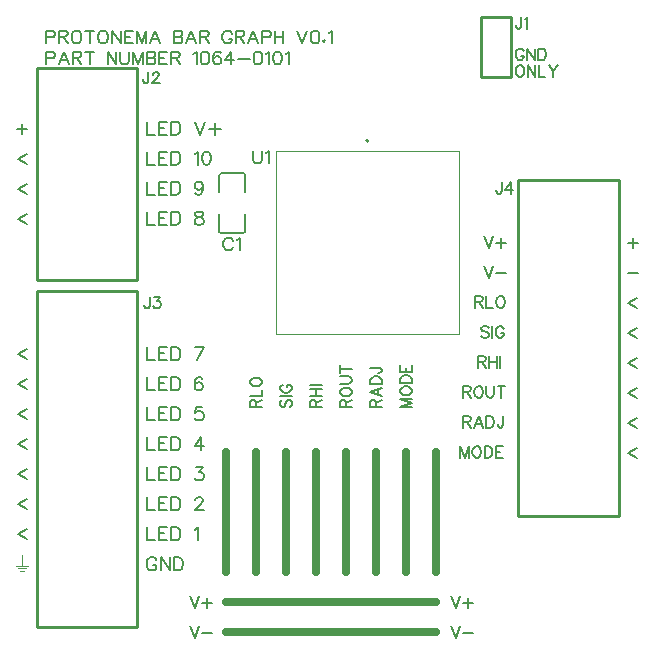
<source format=gto>
G04 Layer: TopSilkscreenLayer*
G04 Panelize: , Column: 2, Row: 2, Board Size: 58.42mm x 58.42mm, Panelized Board Size: 118.84mm x 118.84mm*
G04 EasyEDA v6.5.34, 2023-08-08 00:03:29*
G04 60ba9355530941958d7498b2467ee319,5a6b42c53f6a479593ecc07194224c93,10*
G04 Gerber Generator version 0.2*
G04 Scale: 100 percent, Rotated: No, Reflected: No *
G04 Dimensions in millimeters *
G04 leading zeros omitted , absolute positions ,4 integer and 5 decimal *
%FSLAX45Y45*%
%MOMM*%

%ADD10C,0.1524*%
%ADD11C,0.6350*%
%ADD12C,0.1001*%
%ADD13C,0.1999*%
%ADD14C,0.2540*%
%ADD15C,0.0150*%

%LPD*%
G36*
X554482Y1157478D02*
G01*
X554482Y1070356D01*
X501904Y1070356D01*
X501904Y1062228D01*
X615696Y1062228D01*
X615696Y1070356D01*
X563118Y1070356D01*
X563118Y1157478D01*
G37*
G36*
X521462Y1048766D02*
G01*
X521462Y1040637D01*
X596138Y1040637D01*
X596138Y1048766D01*
G37*
G36*
X539242Y1026921D02*
G01*
X539242Y1019302D01*
X578358Y1019302D01*
X578358Y1026921D01*
G37*
D10*
X762000Y5423915D02*
G01*
X762000Y5314950D01*
X762000Y5423915D02*
G01*
X808736Y5423915D01*
X824229Y5418836D01*
X829563Y5413502D01*
X834644Y5403087D01*
X834644Y5387594D01*
X829563Y5377179D01*
X824229Y5372100D01*
X808736Y5366765D01*
X762000Y5366765D01*
X910589Y5423915D02*
G01*
X868934Y5314950D01*
X910589Y5423915D02*
G01*
X952245Y5314950D01*
X884681Y5351271D02*
G01*
X936497Y5351271D01*
X986536Y5423915D02*
G01*
X986536Y5314950D01*
X986536Y5423915D02*
G01*
X1033271Y5423915D01*
X1048765Y5418836D01*
X1054100Y5413502D01*
X1059179Y5403087D01*
X1059179Y5392673D01*
X1054100Y5382260D01*
X1048765Y5377179D01*
X1033271Y5372100D01*
X986536Y5372100D01*
X1022857Y5372100D02*
G01*
X1059179Y5314950D01*
X1129792Y5423915D02*
G01*
X1129792Y5314950D01*
X1093470Y5423915D02*
G01*
X1166113Y5423915D01*
X1280413Y5423915D02*
G01*
X1280413Y5314950D01*
X1280413Y5423915D02*
G01*
X1353312Y5314950D01*
X1353312Y5423915D02*
G01*
X1353312Y5314950D01*
X1387602Y5423915D02*
G01*
X1387602Y5345937D01*
X1392681Y5330444D01*
X1403095Y5320029D01*
X1418589Y5314950D01*
X1429004Y5314950D01*
X1444752Y5320029D01*
X1455165Y5330444D01*
X1460245Y5345937D01*
X1460245Y5423915D01*
X1494536Y5423915D02*
G01*
X1494536Y5314950D01*
X1494536Y5423915D02*
G01*
X1536192Y5314950D01*
X1577594Y5423915D02*
G01*
X1536192Y5314950D01*
X1577594Y5423915D02*
G01*
X1577594Y5314950D01*
X1611884Y5423915D02*
G01*
X1611884Y5314950D01*
X1611884Y5423915D02*
G01*
X1658620Y5423915D01*
X1674368Y5418836D01*
X1679447Y5413502D01*
X1684781Y5403087D01*
X1684781Y5392673D01*
X1679447Y5382260D01*
X1674368Y5377179D01*
X1658620Y5372100D01*
X1611884Y5372100D02*
G01*
X1658620Y5372100D01*
X1674368Y5366765D01*
X1679447Y5361686D01*
X1684781Y5351271D01*
X1684781Y5335523D01*
X1679447Y5325110D01*
X1674368Y5320029D01*
X1658620Y5314950D01*
X1611884Y5314950D01*
X1719071Y5423915D02*
G01*
X1719071Y5314950D01*
X1719071Y5423915D02*
G01*
X1786636Y5423915D01*
X1719071Y5372100D02*
G01*
X1760473Y5372100D01*
X1719071Y5314950D02*
G01*
X1786636Y5314950D01*
X1820926Y5423915D02*
G01*
X1820926Y5314950D01*
X1820926Y5423915D02*
G01*
X1867662Y5423915D01*
X1883155Y5418836D01*
X1888489Y5413502D01*
X1893570Y5403087D01*
X1893570Y5392673D01*
X1888489Y5382260D01*
X1883155Y5377179D01*
X1867662Y5372100D01*
X1820926Y5372100D01*
X1857247Y5372100D02*
G01*
X1893570Y5314950D01*
X2007870Y5403087D02*
G01*
X2018284Y5408421D01*
X2033777Y5423915D01*
X2033777Y5314950D01*
X2099309Y5423915D02*
G01*
X2083815Y5418836D01*
X2073402Y5403087D01*
X2068068Y5377179D01*
X2068068Y5361686D01*
X2073402Y5335523D01*
X2083815Y5320029D01*
X2099309Y5314950D01*
X2109724Y5314950D01*
X2125218Y5320029D01*
X2135631Y5335523D01*
X2140965Y5361686D01*
X2140965Y5377179D01*
X2135631Y5403087D01*
X2125218Y5418836D01*
X2109724Y5423915D01*
X2099309Y5423915D01*
X2237486Y5408421D02*
G01*
X2232406Y5418836D01*
X2216658Y5423915D01*
X2206243Y5423915D01*
X2190750Y5418836D01*
X2180336Y5403087D01*
X2175256Y5377179D01*
X2175256Y5351271D01*
X2180336Y5330444D01*
X2190750Y5320029D01*
X2206243Y5314950D01*
X2211577Y5314950D01*
X2227072Y5320029D01*
X2237486Y5330444D01*
X2242820Y5345937D01*
X2242820Y5351271D01*
X2237486Y5366765D01*
X2227072Y5377179D01*
X2211577Y5382260D01*
X2206243Y5382260D01*
X2190750Y5377179D01*
X2180336Y5366765D01*
X2175256Y5351271D01*
X2328925Y5423915D02*
G01*
X2277109Y5351271D01*
X2354834Y5351271D01*
X2328925Y5423915D02*
G01*
X2328925Y5314950D01*
X2389124Y5361686D02*
G01*
X2482850Y5361686D01*
X2548127Y5423915D02*
G01*
X2532634Y5418836D01*
X2522220Y5403087D01*
X2517140Y5377179D01*
X2517140Y5361686D01*
X2522220Y5335523D01*
X2532634Y5320029D01*
X2548127Y5314950D01*
X2558541Y5314950D01*
X2574290Y5320029D01*
X2584450Y5335523D01*
X2589784Y5361686D01*
X2589784Y5377179D01*
X2584450Y5403087D01*
X2574290Y5418836D01*
X2558541Y5423915D01*
X2548127Y5423915D01*
X2624074Y5403087D02*
G01*
X2634488Y5408421D01*
X2649981Y5423915D01*
X2649981Y5314950D01*
X2715513Y5423915D02*
G01*
X2700020Y5418836D01*
X2689606Y5403087D01*
X2684272Y5377179D01*
X2684272Y5361686D01*
X2689606Y5335523D01*
X2700020Y5320029D01*
X2715513Y5314950D01*
X2725927Y5314950D01*
X2741422Y5320029D01*
X2751836Y5335523D01*
X2757170Y5361686D01*
X2757170Y5377179D01*
X2751836Y5403087D01*
X2741422Y5418836D01*
X2725927Y5423915D01*
X2715513Y5423915D01*
X2791459Y5403087D02*
G01*
X2801620Y5408421D01*
X2817368Y5423915D01*
X2817368Y5314950D01*
X762000Y5601715D02*
G01*
X762000Y5492750D01*
X762000Y5601715D02*
G01*
X808736Y5601715D01*
X824229Y5596636D01*
X829563Y5591302D01*
X834644Y5580887D01*
X834644Y5565394D01*
X829563Y5554979D01*
X824229Y5549900D01*
X808736Y5544565D01*
X762000Y5544565D01*
X868934Y5601715D02*
G01*
X868934Y5492750D01*
X868934Y5601715D02*
G01*
X915670Y5601715D01*
X931418Y5596636D01*
X936497Y5591302D01*
X941831Y5580887D01*
X941831Y5570473D01*
X936497Y5560060D01*
X931418Y5554979D01*
X915670Y5549900D01*
X868934Y5549900D01*
X905510Y5549900D02*
G01*
X941831Y5492750D01*
X1007110Y5601715D02*
G01*
X996950Y5596636D01*
X986536Y5586221D01*
X981202Y5575807D01*
X976121Y5560060D01*
X976121Y5534152D01*
X981202Y5518657D01*
X986536Y5508244D01*
X996950Y5497829D01*
X1007110Y5492750D01*
X1027937Y5492750D01*
X1038352Y5497829D01*
X1048765Y5508244D01*
X1054100Y5518657D01*
X1059179Y5534152D01*
X1059179Y5560060D01*
X1054100Y5575807D01*
X1048765Y5586221D01*
X1038352Y5596636D01*
X1027937Y5601715D01*
X1007110Y5601715D01*
X1129792Y5601715D02*
G01*
X1129792Y5492750D01*
X1093470Y5601715D02*
G01*
X1166113Y5601715D01*
X1231645Y5601715D02*
G01*
X1221231Y5596636D01*
X1210818Y5586221D01*
X1205737Y5575807D01*
X1200404Y5560060D01*
X1200404Y5534152D01*
X1205737Y5518657D01*
X1210818Y5508244D01*
X1221231Y5497829D01*
X1231645Y5492750D01*
X1252473Y5492750D01*
X1262887Y5497829D01*
X1273302Y5508244D01*
X1278381Y5518657D01*
X1283715Y5534152D01*
X1283715Y5560060D01*
X1278381Y5575807D01*
X1273302Y5586221D01*
X1262887Y5596636D01*
X1252473Y5601715D01*
X1231645Y5601715D01*
X1318005Y5601715D02*
G01*
X1318005Y5492750D01*
X1318005Y5601715D02*
G01*
X1390650Y5492750D01*
X1390650Y5601715D02*
G01*
X1390650Y5492750D01*
X1424939Y5601715D02*
G01*
X1424939Y5492750D01*
X1424939Y5601715D02*
G01*
X1492504Y5601715D01*
X1424939Y5549900D02*
G01*
X1466595Y5549900D01*
X1424939Y5492750D02*
G01*
X1492504Y5492750D01*
X1526794Y5601715D02*
G01*
X1526794Y5492750D01*
X1526794Y5601715D02*
G01*
X1568450Y5492750D01*
X1609852Y5601715D02*
G01*
X1568450Y5492750D01*
X1609852Y5601715D02*
G01*
X1609852Y5492750D01*
X1685797Y5601715D02*
G01*
X1644142Y5492750D01*
X1685797Y5601715D02*
G01*
X1727200Y5492750D01*
X1659889Y5529071D02*
G01*
X1711705Y5529071D01*
X1841500Y5601715D02*
G01*
X1841500Y5492750D01*
X1841500Y5601715D02*
G01*
X1888489Y5601715D01*
X1903984Y5596636D01*
X1909063Y5591302D01*
X1914397Y5580887D01*
X1914397Y5570473D01*
X1909063Y5560060D01*
X1903984Y5554979D01*
X1888489Y5549900D01*
X1841500Y5549900D02*
G01*
X1888489Y5549900D01*
X1903984Y5544565D01*
X1909063Y5539486D01*
X1914397Y5529071D01*
X1914397Y5513323D01*
X1909063Y5502910D01*
X1903984Y5497829D01*
X1888489Y5492750D01*
X1841500Y5492750D01*
X1990090Y5601715D02*
G01*
X1948688Y5492750D01*
X1990090Y5601715D02*
G01*
X2031745Y5492750D01*
X1964181Y5529071D02*
G01*
X2016252Y5529071D01*
X2066036Y5601715D02*
G01*
X2066036Y5492750D01*
X2066036Y5601715D02*
G01*
X2112772Y5601715D01*
X2128520Y5596636D01*
X2133600Y5591302D01*
X2138679Y5580887D01*
X2138679Y5570473D01*
X2133600Y5560060D01*
X2128520Y5554979D01*
X2112772Y5549900D01*
X2066036Y5549900D01*
X2102358Y5549900D02*
G01*
X2138679Y5492750D01*
X2330958Y5575807D02*
G01*
X2325877Y5586221D01*
X2315463Y5596636D01*
X2305050Y5601715D01*
X2284222Y5601715D01*
X2273808Y5596636D01*
X2263393Y5586221D01*
X2258313Y5575807D01*
X2252979Y5560060D01*
X2252979Y5534152D01*
X2258313Y5518657D01*
X2263393Y5508244D01*
X2273808Y5497829D01*
X2284222Y5492750D01*
X2305050Y5492750D01*
X2315463Y5497829D01*
X2325877Y5508244D01*
X2330958Y5518657D01*
X2330958Y5534152D01*
X2305050Y5534152D02*
G01*
X2330958Y5534152D01*
X2365247Y5601715D02*
G01*
X2365247Y5492750D01*
X2365247Y5601715D02*
G01*
X2411984Y5601715D01*
X2427731Y5596636D01*
X2432811Y5591302D01*
X2438145Y5580887D01*
X2438145Y5570473D01*
X2432811Y5560060D01*
X2427731Y5554979D01*
X2411984Y5549900D01*
X2365247Y5549900D01*
X2401570Y5549900D02*
G01*
X2438145Y5492750D01*
X2513838Y5601715D02*
G01*
X2472436Y5492750D01*
X2513838Y5601715D02*
G01*
X2555493Y5492750D01*
X2487929Y5529071D02*
G01*
X2540000Y5529071D01*
X2589784Y5601715D02*
G01*
X2589784Y5492750D01*
X2589784Y5601715D02*
G01*
X2636520Y5601715D01*
X2652013Y5596636D01*
X2657347Y5591302D01*
X2662427Y5580887D01*
X2662427Y5565394D01*
X2657347Y5554979D01*
X2652013Y5549900D01*
X2636520Y5544565D01*
X2589784Y5544565D01*
X2696718Y5601715D02*
G01*
X2696718Y5492750D01*
X2769615Y5601715D02*
G01*
X2769615Y5492750D01*
X2696718Y5549900D02*
G01*
X2769615Y5549900D01*
X2883915Y5601715D02*
G01*
X2925318Y5492750D01*
X2966974Y5601715D02*
G01*
X2925318Y5492750D01*
X3032506Y5601715D02*
G01*
X3016758Y5596636D01*
X3006343Y5580887D01*
X3001263Y5554979D01*
X3001263Y5539486D01*
X3006343Y5513323D01*
X3016758Y5497829D01*
X3032506Y5492750D01*
X3042920Y5492750D01*
X3058413Y5497829D01*
X3068827Y5513323D01*
X3073908Y5539486D01*
X3073908Y5554979D01*
X3068827Y5580887D01*
X3058413Y5596636D01*
X3042920Y5601715D01*
X3032506Y5601715D01*
X3113531Y5518657D02*
G01*
X3108197Y5513323D01*
X3113531Y5508244D01*
X3118611Y5513323D01*
X3113531Y5518657D01*
X3152902Y5580887D02*
G01*
X3163315Y5586221D01*
X3178809Y5601715D01*
X3178809Y5492750D01*
X4782565Y5714237D02*
G01*
X4782565Y5641594D01*
X4777993Y5627878D01*
X4773422Y5623305D01*
X4764277Y5618734D01*
X4755388Y5618734D01*
X4746243Y5623305D01*
X4741672Y5627878D01*
X4737100Y5641594D01*
X4737100Y5650737D01*
X4812538Y5696204D02*
G01*
X4821681Y5700776D01*
X4835397Y5714237D01*
X4835397Y5618734D01*
X4805172Y5424931D02*
G01*
X4800854Y5434076D01*
X4791709Y5442965D01*
X4782565Y5447537D01*
X4764277Y5447537D01*
X4755388Y5442965D01*
X4746243Y5434076D01*
X4741672Y5424931D01*
X4737100Y5411215D01*
X4737100Y5388610D01*
X4741672Y5374894D01*
X4746243Y5365750D01*
X4755388Y5356605D01*
X4764277Y5352034D01*
X4782565Y5352034D01*
X4791709Y5356605D01*
X4800854Y5365750D01*
X4805172Y5374894D01*
X4805172Y5388610D01*
X4782565Y5388610D02*
G01*
X4805172Y5388610D01*
X4835397Y5447537D02*
G01*
X4835397Y5352034D01*
X4835397Y5447537D02*
G01*
X4898897Y5352034D01*
X4898897Y5447537D02*
G01*
X4898897Y5352034D01*
X4928870Y5447537D02*
G01*
X4928870Y5352034D01*
X4928870Y5447537D02*
G01*
X4960620Y5447537D01*
X4974336Y5442965D01*
X4983479Y5434076D01*
X4988052Y5424931D01*
X4992624Y5411215D01*
X4992624Y5388610D01*
X4988052Y5374894D01*
X4983479Y5365750D01*
X4974336Y5356605D01*
X4960620Y5352034D01*
X4928870Y5352034D01*
X4764277Y5307837D02*
G01*
X4755388Y5303265D01*
X4746243Y5294376D01*
X4741672Y5285231D01*
X4737100Y5271515D01*
X4737100Y5248910D01*
X4741672Y5235194D01*
X4746243Y5226050D01*
X4755388Y5216905D01*
X4764277Y5212334D01*
X4782565Y5212334D01*
X4791709Y5216905D01*
X4800854Y5226050D01*
X4805172Y5235194D01*
X4809743Y5248910D01*
X4809743Y5271515D01*
X4805172Y5285231D01*
X4800854Y5294376D01*
X4791709Y5303265D01*
X4782565Y5307837D01*
X4764277Y5307837D01*
X4839715Y5307837D02*
G01*
X4839715Y5212334D01*
X4839715Y5307837D02*
G01*
X4903470Y5212334D01*
X4903470Y5307837D02*
G01*
X4903470Y5212334D01*
X4933441Y5307837D02*
G01*
X4933441Y5212334D01*
X4933441Y5212334D02*
G01*
X4988052Y5212334D01*
X5018024Y5307837D02*
G01*
X5054345Y5262371D01*
X5054345Y5212334D01*
X5090668Y5307837D02*
G01*
X5054345Y5262371D01*
X1627123Y5251107D02*
G01*
X1627123Y5178460D01*
X1622552Y5164744D01*
X1617979Y5160175D01*
X1608836Y5155605D01*
X1599945Y5155605D01*
X1590802Y5160175D01*
X1586229Y5164744D01*
X1581657Y5178460D01*
X1581657Y5187607D01*
X1661668Y5228503D02*
G01*
X1661668Y5233075D01*
X1666239Y5241960D01*
X1670812Y5246537D01*
X1679955Y5251107D01*
X1697989Y5251107D01*
X1707134Y5246537D01*
X1711705Y5241960D01*
X1716278Y5233075D01*
X1716278Y5223926D01*
X1711705Y5214787D01*
X1702562Y5201071D01*
X1657095Y5155605D01*
X1720850Y5155605D01*
X1636547Y3345627D02*
G01*
X1636547Y3272977D01*
X1631975Y3259261D01*
X1627403Y3254695D01*
X1618259Y3250123D01*
X1609369Y3250123D01*
X1600225Y3254695D01*
X1595653Y3259261D01*
X1591081Y3272977D01*
X1591081Y3282127D01*
X1675663Y3345627D02*
G01*
X1725701Y3345627D01*
X1698269Y3309305D01*
X1711985Y3309305D01*
X1721129Y3304727D01*
X1725701Y3300161D01*
X1730273Y3286696D01*
X1730273Y3277555D01*
X1725701Y3263839D01*
X1716557Y3254695D01*
X1702841Y3250123D01*
X1689379Y3250123D01*
X1675663Y3254695D01*
X1671091Y3259261D01*
X1666519Y3268411D01*
X596905Y1297355D02*
G01*
X524261Y1338249D01*
X596905Y1379143D01*
X596905Y1551355D02*
G01*
X524261Y1592249D01*
X596905Y1633143D01*
X596905Y1805355D02*
G01*
X524261Y1846249D01*
X596905Y1887143D01*
X596905Y2059355D02*
G01*
X524261Y2100249D01*
X596905Y2141143D01*
X596905Y2313355D02*
G01*
X524261Y2354249D01*
X596905Y2395143D01*
X596905Y2567355D02*
G01*
X524261Y2608249D01*
X596905Y2649143D01*
X596905Y2821355D02*
G01*
X524261Y2862249D01*
X596905Y2903143D01*
X596927Y3967962D02*
G01*
X524283Y4008856D01*
X596927Y4049750D01*
X596927Y4221962D02*
G01*
X524283Y4262856D01*
X596927Y4303750D01*
X596927Y4475962D02*
G01*
X524283Y4516856D01*
X596927Y4557750D01*
X556056Y4729975D02*
G01*
X556056Y4811763D01*
X596950Y4770869D02*
G01*
X515162Y4770869D01*
X1612900Y4831334D02*
G01*
X1612900Y4716779D01*
X1612900Y4716779D02*
G01*
X1678431Y4716779D01*
X1714245Y4831334D02*
G01*
X1714245Y4716779D01*
X1714245Y4831334D02*
G01*
X1785365Y4831334D01*
X1714245Y4776723D02*
G01*
X1757934Y4776723D01*
X1714245Y4716779D02*
G01*
X1785365Y4716779D01*
X1821179Y4831334D02*
G01*
X1821179Y4716779D01*
X1821179Y4831334D02*
G01*
X1859534Y4831334D01*
X1875789Y4826000D01*
X1886712Y4815078D01*
X1892045Y4804155D01*
X1897634Y4787645D01*
X1897634Y4760468D01*
X1892045Y4744212D01*
X1886712Y4733289D01*
X1875789Y4722368D01*
X1859534Y4716779D01*
X1821179Y4716779D01*
X2017522Y4831334D02*
G01*
X2061209Y4716779D01*
X2104897Y4831334D02*
G01*
X2061209Y4716779D01*
X2189988Y4815078D02*
G01*
X2189988Y4716779D01*
X2140965Y4765802D02*
G01*
X2239009Y4765802D01*
X1612900Y4577334D02*
G01*
X1612900Y4462779D01*
X1612900Y4462779D02*
G01*
X1678431Y4462779D01*
X1714245Y4577334D02*
G01*
X1714245Y4462779D01*
X1714245Y4577334D02*
G01*
X1785365Y4577334D01*
X1714245Y4522723D02*
G01*
X1757934Y4522723D01*
X1714245Y4462779D02*
G01*
X1785365Y4462779D01*
X1821179Y4577334D02*
G01*
X1821179Y4462779D01*
X1821179Y4577334D02*
G01*
X1859534Y4577334D01*
X1875789Y4572000D01*
X1886712Y4561078D01*
X1892045Y4550155D01*
X1897634Y4533645D01*
X1897634Y4506468D01*
X1892045Y4490212D01*
X1886712Y4479289D01*
X1875789Y4468368D01*
X1859534Y4462779D01*
X1821179Y4462779D01*
X2017522Y4555489D02*
G01*
X2028443Y4561078D01*
X2044954Y4577334D01*
X2044954Y4462779D01*
X2113534Y4577334D02*
G01*
X2097277Y4572000D01*
X2086356Y4555489D01*
X2081022Y4528312D01*
X2081022Y4511802D01*
X2086356Y4484623D01*
X2097277Y4468368D01*
X2113534Y4462779D01*
X2124456Y4462779D01*
X2140965Y4468368D01*
X2151888Y4484623D01*
X2157222Y4511802D01*
X2157222Y4528312D01*
X2151888Y4555489D01*
X2140965Y4572000D01*
X2124456Y4577334D01*
X2113534Y4577334D01*
X1612900Y4323334D02*
G01*
X1612900Y4208779D01*
X1612900Y4208779D02*
G01*
X1678431Y4208779D01*
X1714245Y4323334D02*
G01*
X1714245Y4208779D01*
X1714245Y4323334D02*
G01*
X1785365Y4323334D01*
X1714245Y4268723D02*
G01*
X1757934Y4268723D01*
X1714245Y4208779D02*
G01*
X1785365Y4208779D01*
X1821179Y4323334D02*
G01*
X1821179Y4208779D01*
X1821179Y4323334D02*
G01*
X1859534Y4323334D01*
X1875789Y4318000D01*
X1886712Y4307078D01*
X1892045Y4296155D01*
X1897634Y4279645D01*
X1897634Y4252468D01*
X1892045Y4236212D01*
X1886712Y4225289D01*
X1875789Y4214368D01*
X1859534Y4208779D01*
X1821179Y4208779D01*
X2088641Y4285234D02*
G01*
X2083054Y4268723D01*
X2072131Y4257802D01*
X2055875Y4252468D01*
X2050288Y4252468D01*
X2034031Y4257802D01*
X2023109Y4268723D01*
X2017522Y4285234D01*
X2017522Y4290568D01*
X2023109Y4307078D01*
X2034031Y4318000D01*
X2050288Y4323334D01*
X2055875Y4323334D01*
X2072131Y4318000D01*
X2083054Y4307078D01*
X2088641Y4285234D01*
X2088641Y4257802D01*
X2083054Y4230623D01*
X2072131Y4214368D01*
X2055875Y4208779D01*
X2044954Y4208779D01*
X2028443Y4214368D01*
X2023109Y4225289D01*
X1612900Y4069334D02*
G01*
X1612900Y3954779D01*
X1612900Y3954779D02*
G01*
X1678431Y3954779D01*
X1714245Y4069334D02*
G01*
X1714245Y3954779D01*
X1714245Y4069334D02*
G01*
X1785365Y4069334D01*
X1714245Y4014723D02*
G01*
X1757934Y4014723D01*
X1714245Y3954779D02*
G01*
X1785365Y3954779D01*
X1821179Y4069334D02*
G01*
X1821179Y3954779D01*
X1821179Y4069334D02*
G01*
X1859534Y4069334D01*
X1875789Y4064000D01*
X1886712Y4053078D01*
X1892045Y4042155D01*
X1897634Y4025645D01*
X1897634Y3998468D01*
X1892045Y3982212D01*
X1886712Y3971289D01*
X1875789Y3960368D01*
X1859534Y3954779D01*
X1821179Y3954779D01*
X2044954Y4069334D02*
G01*
X2028443Y4064000D01*
X2023109Y4053078D01*
X2023109Y4042155D01*
X2028443Y4031234D01*
X2039365Y4025645D01*
X2061209Y4020312D01*
X2077720Y4014723D01*
X2088641Y4003802D01*
X2093975Y3993134D01*
X2093975Y3976623D01*
X2088641Y3965702D01*
X2083054Y3960368D01*
X2066797Y3954779D01*
X2044954Y3954779D01*
X2028443Y3960368D01*
X2023109Y3965702D01*
X2017522Y3976623D01*
X2017522Y3993134D01*
X2023109Y4003802D01*
X2034031Y4014723D01*
X2050288Y4020312D01*
X2072131Y4025645D01*
X2083054Y4031234D01*
X2088641Y4042155D01*
X2088641Y4053078D01*
X2083054Y4064000D01*
X2066797Y4069334D01*
X2044954Y4069334D01*
X1612900Y2922778D02*
G01*
X1612900Y2808223D01*
X1612900Y2808223D02*
G01*
X1678431Y2808223D01*
X1714245Y2922778D02*
G01*
X1714245Y2808223D01*
X1714245Y2922778D02*
G01*
X1785365Y2922778D01*
X1714245Y2868168D02*
G01*
X1757934Y2868168D01*
X1714245Y2808223D02*
G01*
X1785365Y2808223D01*
X1821179Y2922778D02*
G01*
X1821179Y2808223D01*
X1821179Y2922778D02*
G01*
X1859534Y2922778D01*
X1875789Y2917444D01*
X1886712Y2906521D01*
X1892045Y2895600D01*
X1897634Y2879089D01*
X1897634Y2851912D01*
X1892045Y2835402D01*
X1886712Y2824479D01*
X1875789Y2813557D01*
X1859534Y2808223D01*
X1821179Y2808223D01*
X2093975Y2922778D02*
G01*
X2039365Y2808223D01*
X2017522Y2922778D02*
G01*
X2093975Y2922778D01*
X1612900Y2668778D02*
G01*
X1612900Y2554223D01*
X1612900Y2554223D02*
G01*
X1678431Y2554223D01*
X1714245Y2668778D02*
G01*
X1714245Y2554223D01*
X1714245Y2668778D02*
G01*
X1785365Y2668778D01*
X1714245Y2614168D02*
G01*
X1757934Y2614168D01*
X1714245Y2554223D02*
G01*
X1785365Y2554223D01*
X1821179Y2668778D02*
G01*
X1821179Y2554223D01*
X1821179Y2668778D02*
G01*
X1859534Y2668778D01*
X1875789Y2663444D01*
X1886712Y2652521D01*
X1892045Y2641600D01*
X1897634Y2625089D01*
X1897634Y2597912D01*
X1892045Y2581402D01*
X1886712Y2570479D01*
X1875789Y2559557D01*
X1859534Y2554223D01*
X1821179Y2554223D01*
X2083054Y2652521D02*
G01*
X2077720Y2663444D01*
X2061209Y2668778D01*
X2050288Y2668778D01*
X2034031Y2663444D01*
X2023109Y2646934D01*
X2017522Y2619755D01*
X2017522Y2592323D01*
X2023109Y2570479D01*
X2034031Y2559557D01*
X2050288Y2554223D01*
X2055875Y2554223D01*
X2072131Y2559557D01*
X2083054Y2570479D01*
X2088388Y2586989D01*
X2088388Y2592323D01*
X2083054Y2608834D01*
X2072131Y2619755D01*
X2055875Y2625089D01*
X2050288Y2625089D01*
X2034031Y2619755D01*
X2023109Y2608834D01*
X2017522Y2592323D01*
X1612900Y2414778D02*
G01*
X1612900Y2300223D01*
X1612900Y2300223D02*
G01*
X1678431Y2300223D01*
X1714245Y2414778D02*
G01*
X1714245Y2300223D01*
X1714245Y2414778D02*
G01*
X1785365Y2414778D01*
X1714245Y2360168D02*
G01*
X1757934Y2360168D01*
X1714245Y2300223D02*
G01*
X1785365Y2300223D01*
X1821179Y2414778D02*
G01*
X1821179Y2300223D01*
X1821179Y2414778D02*
G01*
X1859534Y2414778D01*
X1875789Y2409444D01*
X1886712Y2398521D01*
X1892045Y2387600D01*
X1897634Y2371089D01*
X1897634Y2343912D01*
X1892045Y2327402D01*
X1886712Y2316479D01*
X1875789Y2305557D01*
X1859534Y2300223D01*
X1821179Y2300223D01*
X2083054Y2414778D02*
G01*
X2028443Y2414778D01*
X2023109Y2365755D01*
X2028443Y2371089D01*
X2044954Y2376678D01*
X2061209Y2376678D01*
X2077720Y2371089D01*
X2088388Y2360168D01*
X2093975Y2343912D01*
X2093975Y2332989D01*
X2088388Y2316479D01*
X2077720Y2305557D01*
X2061209Y2300223D01*
X2044954Y2300223D01*
X2028443Y2305557D01*
X2023109Y2311145D01*
X2017522Y2322068D01*
X1612900Y2160778D02*
G01*
X1612900Y2046223D01*
X1612900Y2046223D02*
G01*
X1678431Y2046223D01*
X1714245Y2160778D02*
G01*
X1714245Y2046223D01*
X1714245Y2160778D02*
G01*
X1785365Y2160778D01*
X1714245Y2106168D02*
G01*
X1757934Y2106168D01*
X1714245Y2046223D02*
G01*
X1785365Y2046223D01*
X1821179Y2160778D02*
G01*
X1821179Y2046223D01*
X1821179Y2160778D02*
G01*
X1859534Y2160778D01*
X1875789Y2155444D01*
X1886712Y2144521D01*
X1892045Y2133600D01*
X1897634Y2117089D01*
X1897634Y2089912D01*
X1892045Y2073402D01*
X1886712Y2062479D01*
X1875789Y2051557D01*
X1859534Y2046223D01*
X1821179Y2046223D01*
X2072131Y2160778D02*
G01*
X2017522Y2084323D01*
X2099309Y2084323D01*
X2072131Y2160778D02*
G01*
X2072131Y2046223D01*
X1612900Y1906778D02*
G01*
X1612900Y1792223D01*
X1612900Y1792223D02*
G01*
X1678431Y1792223D01*
X1714245Y1906778D02*
G01*
X1714245Y1792223D01*
X1714245Y1906778D02*
G01*
X1785365Y1906778D01*
X1714245Y1852168D02*
G01*
X1757934Y1852168D01*
X1714245Y1792223D02*
G01*
X1785365Y1792223D01*
X1821179Y1906778D02*
G01*
X1821179Y1792223D01*
X1821179Y1906778D02*
G01*
X1859534Y1906778D01*
X1875789Y1901444D01*
X1886712Y1890521D01*
X1892045Y1879600D01*
X1897634Y1863089D01*
X1897634Y1835912D01*
X1892045Y1819402D01*
X1886712Y1808479D01*
X1875789Y1797557D01*
X1859534Y1792223D01*
X1821179Y1792223D01*
X2028443Y1906778D02*
G01*
X2088388Y1906778D01*
X2055875Y1863089D01*
X2072131Y1863089D01*
X2083054Y1857755D01*
X2088388Y1852168D01*
X2093975Y1835912D01*
X2093975Y1824989D01*
X2088388Y1808479D01*
X2077720Y1797557D01*
X2061209Y1792223D01*
X2044954Y1792223D01*
X2028443Y1797557D01*
X2023109Y1803145D01*
X2017522Y1814068D01*
X1612900Y1652778D02*
G01*
X1612900Y1538223D01*
X1612900Y1538223D02*
G01*
X1678431Y1538223D01*
X1714245Y1652778D02*
G01*
X1714245Y1538223D01*
X1714245Y1652778D02*
G01*
X1785365Y1652778D01*
X1714245Y1598168D02*
G01*
X1757934Y1598168D01*
X1714245Y1538223D02*
G01*
X1785365Y1538223D01*
X1821179Y1652778D02*
G01*
X1821179Y1538223D01*
X1821179Y1652778D02*
G01*
X1859534Y1652778D01*
X1875789Y1647444D01*
X1886712Y1636521D01*
X1892045Y1625600D01*
X1897634Y1609089D01*
X1897634Y1581912D01*
X1892045Y1565402D01*
X1886712Y1554479D01*
X1875789Y1543557D01*
X1859534Y1538223D01*
X1821179Y1538223D01*
X2023109Y1625600D02*
G01*
X2023109Y1630934D01*
X2028443Y1641855D01*
X2034031Y1647444D01*
X2044954Y1652778D01*
X2066797Y1652778D01*
X2077720Y1647444D01*
X2083054Y1641855D01*
X2088388Y1630934D01*
X2088388Y1620012D01*
X2083054Y1609089D01*
X2072131Y1592834D01*
X2017522Y1538223D01*
X2093975Y1538223D01*
X1612900Y1398778D02*
G01*
X1612900Y1284223D01*
X1612900Y1284223D02*
G01*
X1678431Y1284223D01*
X1714245Y1398778D02*
G01*
X1714245Y1284223D01*
X1714245Y1398778D02*
G01*
X1785365Y1398778D01*
X1714245Y1344168D02*
G01*
X1757934Y1344168D01*
X1714245Y1284223D02*
G01*
X1785365Y1284223D01*
X1821179Y1398778D02*
G01*
X1821179Y1284223D01*
X1821179Y1398778D02*
G01*
X1859534Y1398778D01*
X1875789Y1393444D01*
X1886712Y1382521D01*
X1892045Y1371600D01*
X1897634Y1355089D01*
X1897634Y1327912D01*
X1892045Y1311402D01*
X1886712Y1300479D01*
X1875789Y1289557D01*
X1859534Y1284223D01*
X1821179Y1284223D01*
X2017522Y1376934D02*
G01*
X2028443Y1382521D01*
X2044954Y1398778D01*
X2044954Y1284223D01*
X1694687Y1117600D02*
G01*
X1689354Y1128521D01*
X1678431Y1139444D01*
X1667510Y1144778D01*
X1645665Y1144778D01*
X1634744Y1139444D01*
X1623821Y1128521D01*
X1618234Y1117600D01*
X1612900Y1101089D01*
X1612900Y1073912D01*
X1618234Y1057402D01*
X1623821Y1046479D01*
X1634744Y1035557D01*
X1645665Y1030223D01*
X1667510Y1030223D01*
X1678431Y1035557D01*
X1689354Y1046479D01*
X1694687Y1057402D01*
X1694687Y1073912D01*
X1667510Y1073912D02*
G01*
X1694687Y1073912D01*
X1730755Y1144778D02*
G01*
X1730755Y1030223D01*
X1730755Y1144778D02*
G01*
X1806955Y1030223D01*
X1806955Y1144778D02*
G01*
X1806955Y1030223D01*
X1843023Y1144778D02*
G01*
X1843023Y1030223D01*
X1843023Y1144778D02*
G01*
X1881123Y1144778D01*
X1897634Y1139444D01*
X1908555Y1128521D01*
X1913889Y1117600D01*
X1919478Y1101089D01*
X1919478Y1073912D01*
X1913889Y1057402D01*
X1908555Y1046479D01*
X1897634Y1035557D01*
X1881123Y1030223D01*
X1843023Y1030223D01*
X5762172Y2068184D02*
G01*
X5689528Y2027290D01*
X5762172Y1986396D01*
X5762172Y2322184D02*
G01*
X5689528Y2281290D01*
X5762172Y2240396D01*
X5762172Y2576184D02*
G01*
X5689528Y2535290D01*
X5762172Y2494396D01*
X5762172Y2830184D02*
G01*
X5689528Y2789290D01*
X5762172Y2748396D01*
X5762172Y3084184D02*
G01*
X5689528Y3043290D01*
X5762172Y3002396D01*
X5762172Y3338184D02*
G01*
X5689528Y3297290D01*
X5762172Y3256396D01*
X5689600Y3551173D02*
G01*
X5771388Y3551173D01*
X5730493Y3846068D02*
G01*
X5730493Y3764279D01*
X5689600Y3805173D02*
G01*
X5771388Y3805173D01*
X4617455Y4317227D02*
G01*
X4617455Y4244583D01*
X4612883Y4230867D01*
X4608311Y4226295D01*
X4599167Y4221723D01*
X4590277Y4221723D01*
X4581133Y4226295D01*
X4576561Y4230867D01*
X4571989Y4244583D01*
X4571989Y4253727D01*
X4692893Y4317227D02*
G01*
X4647427Y4253727D01*
X4715499Y4253727D01*
X4692893Y4317227D02*
G01*
X4692893Y4221723D01*
X4470389Y3860030D02*
G01*
X4506711Y3764526D01*
X4543033Y3860030D02*
G01*
X4506711Y3764526D01*
X4613899Y3846568D02*
G01*
X4613899Y3764526D01*
X4573005Y3805674D02*
G01*
X4655047Y3805674D01*
X4470400Y3606037D02*
G01*
X4506722Y3510534D01*
X4543043Y3606037D02*
G01*
X4506722Y3510534D01*
X4573015Y3551681D02*
G01*
X4655058Y3551681D01*
X4394202Y3352037D02*
G01*
X4394202Y3256534D01*
X4394202Y3352037D02*
G01*
X4435096Y3352037D01*
X4448812Y3347465D01*
X4453384Y3342894D01*
X4457702Y3334004D01*
X4457702Y3324860D01*
X4453384Y3315715D01*
X4448812Y3311144D01*
X4435096Y3306571D01*
X4394202Y3306571D01*
X4425952Y3306571D02*
G01*
X4457702Y3256534D01*
X4487928Y3352037D02*
G01*
X4487928Y3256534D01*
X4487928Y3256534D02*
G01*
X4542284Y3256534D01*
X4599688Y3352037D02*
G01*
X4590544Y3347465D01*
X4581400Y3338576D01*
X4576828Y3329431D01*
X4572256Y3315715D01*
X4572256Y3293110D01*
X4576828Y3279394D01*
X4581400Y3270250D01*
X4590544Y3261105D01*
X4599688Y3256534D01*
X4617722Y3256534D01*
X4626866Y3261105D01*
X4636010Y3270250D01*
X4640582Y3279394D01*
X4645154Y3293110D01*
X4645154Y3315715D01*
X4640582Y3329431D01*
X4636010Y3338576D01*
X4626866Y3347465D01*
X4617722Y3352037D01*
X4599688Y3352037D01*
X4508754Y3084578D02*
G01*
X4499609Y3093468D01*
X4485893Y3098040D01*
X4467606Y3098040D01*
X4454143Y3093468D01*
X4445000Y3084578D01*
X4445000Y3075434D01*
X4449572Y3066290D01*
X4454143Y3061718D01*
X4463288Y3057146D01*
X4490465Y3048002D01*
X4499609Y3043684D01*
X4504181Y3039112D01*
X4508754Y3029968D01*
X4508754Y3016252D01*
X4499609Y3007108D01*
X4485893Y3002536D01*
X4467606Y3002536D01*
X4454143Y3007108D01*
X4445000Y3016252D01*
X4538725Y3098040D02*
G01*
X4538725Y3002536D01*
X4636770Y3075434D02*
G01*
X4632197Y3084578D01*
X4623054Y3093468D01*
X4614163Y3098040D01*
X4595875Y3098040D01*
X4586731Y3093468D01*
X4577841Y3084578D01*
X4573270Y3075434D01*
X4568697Y3061718D01*
X4568697Y3039112D01*
X4573270Y3025396D01*
X4577841Y3016252D01*
X4586731Y3007108D01*
X4595875Y3002536D01*
X4614163Y3002536D01*
X4623054Y3007108D01*
X4632197Y3016252D01*
X4636770Y3025396D01*
X4636770Y3039112D01*
X4614163Y3039112D02*
G01*
X4636770Y3039112D01*
X4419600Y2844040D02*
G01*
X4419600Y2748536D01*
X4419600Y2844040D02*
G01*
X4460493Y2844040D01*
X4474209Y2839468D01*
X4478781Y2834896D01*
X4483354Y2826006D01*
X4483354Y2816862D01*
X4478781Y2807718D01*
X4474209Y2803146D01*
X4460493Y2798574D01*
X4419600Y2798574D01*
X4451350Y2798574D02*
G01*
X4483354Y2748536D01*
X4513325Y2844040D02*
G01*
X4513325Y2748536D01*
X4576825Y2844040D02*
G01*
X4576825Y2748536D01*
X4513325Y2798574D02*
G01*
X4576825Y2798574D01*
X4606797Y2844040D02*
G01*
X4606797Y2748536D01*
X4292600Y2590037D02*
G01*
X4292600Y2494534D01*
X4292600Y2590037D02*
G01*
X4333493Y2590037D01*
X4347209Y2585465D01*
X4351781Y2580894D01*
X4356354Y2572004D01*
X4356354Y2562860D01*
X4351781Y2553715D01*
X4347209Y2549144D01*
X4333493Y2544571D01*
X4292600Y2544571D01*
X4324350Y2544571D02*
G01*
X4356354Y2494534D01*
X4413504Y2590037D02*
G01*
X4404359Y2585465D01*
X4395215Y2576576D01*
X4390897Y2567431D01*
X4386325Y2553715D01*
X4386325Y2531110D01*
X4390897Y2517394D01*
X4395215Y2508250D01*
X4404359Y2499105D01*
X4413504Y2494534D01*
X4431791Y2494534D01*
X4440681Y2499105D01*
X4449825Y2508250D01*
X4454397Y2517394D01*
X4458970Y2531110D01*
X4458970Y2553715D01*
X4454397Y2567431D01*
X4449825Y2576576D01*
X4440681Y2585465D01*
X4431791Y2590037D01*
X4413504Y2590037D01*
X4488941Y2590037D02*
G01*
X4488941Y2521965D01*
X4493513Y2508250D01*
X4502658Y2499105D01*
X4516120Y2494534D01*
X4525263Y2494534D01*
X4538979Y2499105D01*
X4548124Y2508250D01*
X4552695Y2521965D01*
X4552695Y2590037D01*
X4614418Y2590037D02*
G01*
X4614418Y2494534D01*
X4582668Y2590037D02*
G01*
X4646168Y2590037D01*
X4292600Y2336037D02*
G01*
X4292600Y2240534D01*
X4292600Y2336037D02*
G01*
X4333493Y2336037D01*
X4347209Y2331465D01*
X4351781Y2326894D01*
X4356354Y2318004D01*
X4356354Y2308860D01*
X4351781Y2299715D01*
X4347209Y2295144D01*
X4333493Y2290571D01*
X4292600Y2290571D01*
X4324350Y2290571D02*
G01*
X4356354Y2240534D01*
X4422647Y2336037D02*
G01*
X4386325Y2240534D01*
X4422647Y2336037D02*
G01*
X4458970Y2240534D01*
X4399788Y2272537D02*
G01*
X4445254Y2272537D01*
X4488941Y2336037D02*
G01*
X4488941Y2240534D01*
X4488941Y2336037D02*
G01*
X4520691Y2336037D01*
X4534408Y2331465D01*
X4543552Y2322576D01*
X4548124Y2313431D01*
X4552695Y2299715D01*
X4552695Y2277110D01*
X4548124Y2263394D01*
X4543552Y2254250D01*
X4534408Y2245105D01*
X4520691Y2240534D01*
X4488941Y2240534D01*
X4628134Y2336037D02*
G01*
X4628134Y2263394D01*
X4623561Y2249678D01*
X4618990Y2245105D01*
X4609845Y2240534D01*
X4600702Y2240534D01*
X4591558Y2245105D01*
X4587240Y2249678D01*
X4582668Y2263394D01*
X4582668Y2272537D01*
X4267200Y2082040D02*
G01*
X4267200Y1986536D01*
X4267200Y2082040D02*
G01*
X4303522Y1986536D01*
X4339843Y2082040D02*
G01*
X4303522Y1986536D01*
X4339843Y2082040D02*
G01*
X4339843Y1986536D01*
X4397247Y2082040D02*
G01*
X4388104Y2077468D01*
X4378959Y2068578D01*
X4374388Y2059434D01*
X4369815Y2045718D01*
X4369815Y2023112D01*
X4374388Y2009396D01*
X4378959Y2000252D01*
X4388104Y1991108D01*
X4397247Y1986536D01*
X4415281Y1986536D01*
X4424425Y1991108D01*
X4433570Y2000252D01*
X4438141Y2009396D01*
X4442713Y2023112D01*
X4442713Y2045718D01*
X4438141Y2059434D01*
X4433570Y2068578D01*
X4424425Y2077468D01*
X4415281Y2082040D01*
X4397247Y2082040D01*
X4472686Y2082040D02*
G01*
X4472686Y1986536D01*
X4472686Y2082040D02*
G01*
X4504436Y2082040D01*
X4518152Y2077468D01*
X4527295Y2068578D01*
X4531613Y2059434D01*
X4536186Y2045718D01*
X4536186Y2023112D01*
X4531613Y2009396D01*
X4527295Y2000252D01*
X4518152Y1991108D01*
X4504436Y1986536D01*
X4472686Y1986536D01*
X4566158Y2082040D02*
G01*
X4566158Y1986536D01*
X4566158Y2082040D02*
G01*
X4625340Y2082040D01*
X4566158Y2036574D02*
G01*
X4602734Y2036574D01*
X4566158Y1986536D02*
G01*
X4625340Y1986536D01*
X1981205Y558220D02*
G01*
X2017527Y462716D01*
X2053849Y558220D02*
G01*
X2017527Y462716D01*
X2083821Y503610D02*
G01*
X2165863Y503610D01*
X1981197Y812037D02*
G01*
X2017519Y716534D01*
X2053841Y812037D02*
G01*
X2017519Y716534D01*
X2124707Y798576D02*
G01*
X2124707Y716534D01*
X2083813Y757681D02*
G01*
X2165855Y757681D01*
X2489949Y2413005D02*
G01*
X2585453Y2413005D01*
X2489949Y2413005D02*
G01*
X2489949Y2453899D01*
X2494521Y2467615D01*
X2499095Y2472187D01*
X2507983Y2476505D01*
X2517127Y2476505D01*
X2526271Y2472187D01*
X2530845Y2467615D01*
X2535415Y2453899D01*
X2535415Y2413005D01*
X2535415Y2444755D02*
G01*
X2585453Y2476505D01*
X2489949Y2506731D02*
G01*
X2585453Y2506731D01*
X2585453Y2506731D02*
G01*
X2585453Y2561087D01*
X2489949Y2618491D02*
G01*
X2494521Y2609347D01*
X2503411Y2600203D01*
X2512555Y2595631D01*
X2526271Y2591059D01*
X2548877Y2591059D01*
X2562595Y2595631D01*
X2571737Y2600203D01*
X2580881Y2609347D01*
X2585453Y2618491D01*
X2585453Y2636525D01*
X2580881Y2645669D01*
X2571737Y2654813D01*
X2562595Y2659385D01*
X2548877Y2663957D01*
X2526271Y2663957D01*
X2512555Y2659385D01*
X2503411Y2654813D01*
X2494521Y2645669D01*
X2489949Y2636525D01*
X2489949Y2618491D01*
X2757411Y2476756D02*
G01*
X2748521Y2467612D01*
X2743949Y2453896D01*
X2743949Y2435608D01*
X2748521Y2422146D01*
X2757411Y2413002D01*
X2766555Y2413002D01*
X2775699Y2417574D01*
X2780271Y2422146D01*
X2784843Y2431290D01*
X2793987Y2458468D01*
X2798305Y2467612D01*
X2802877Y2472184D01*
X2812021Y2476756D01*
X2825737Y2476756D01*
X2834881Y2467612D01*
X2839453Y2453896D01*
X2839453Y2435608D01*
X2834881Y2422146D01*
X2825737Y2413002D01*
X2743949Y2506728D02*
G01*
X2839453Y2506728D01*
X2766555Y2604772D02*
G01*
X2757411Y2600200D01*
X2748521Y2591056D01*
X2743949Y2582166D01*
X2743949Y2563878D01*
X2748521Y2554734D01*
X2757411Y2545844D01*
X2766555Y2541272D01*
X2780271Y2536700D01*
X2802877Y2536700D01*
X2816593Y2541272D01*
X2825737Y2545844D01*
X2834881Y2554734D01*
X2839453Y2563878D01*
X2839453Y2582166D01*
X2834881Y2591056D01*
X2825737Y2600200D01*
X2816593Y2604772D01*
X2802877Y2604772D01*
X2802877Y2582166D02*
G01*
X2802877Y2604772D01*
X2997949Y2413002D02*
G01*
X3093453Y2413002D01*
X2997949Y2413002D02*
G01*
X2997949Y2453896D01*
X3002521Y2467612D01*
X3007093Y2472184D01*
X3015983Y2476756D01*
X3025127Y2476756D01*
X3034271Y2472184D01*
X3038843Y2467612D01*
X3043415Y2453896D01*
X3043415Y2413002D01*
X3043415Y2444752D02*
G01*
X3093453Y2476756D01*
X2997949Y2506728D02*
G01*
X3093453Y2506728D01*
X2997949Y2570228D02*
G01*
X3093453Y2570228D01*
X3043415Y2506728D02*
G01*
X3043415Y2570228D01*
X2997949Y2600200D02*
G01*
X3093453Y2600200D01*
X3251951Y2413005D02*
G01*
X3347455Y2413005D01*
X3251951Y2413005D02*
G01*
X3251951Y2453899D01*
X3256523Y2467615D01*
X3261095Y2472187D01*
X3269985Y2476759D01*
X3279129Y2476759D01*
X3288273Y2472187D01*
X3292845Y2467615D01*
X3297417Y2453899D01*
X3297417Y2413005D01*
X3297417Y2444755D02*
G01*
X3347455Y2476759D01*
X3251951Y2533909D02*
G01*
X3256523Y2524765D01*
X3265413Y2515621D01*
X3274557Y2511303D01*
X3288273Y2506731D01*
X3310879Y2506731D01*
X3324595Y2511303D01*
X3333739Y2515621D01*
X3342883Y2524765D01*
X3347455Y2533909D01*
X3347455Y2552197D01*
X3342883Y2561087D01*
X3333739Y2570231D01*
X3324595Y2574803D01*
X3310879Y2579375D01*
X3288273Y2579375D01*
X3274557Y2574803D01*
X3265413Y2570231D01*
X3256523Y2561087D01*
X3251951Y2552197D01*
X3251951Y2533909D01*
X3251951Y2609347D02*
G01*
X3320023Y2609347D01*
X3333739Y2613919D01*
X3342883Y2623063D01*
X3347455Y2636525D01*
X3347455Y2645669D01*
X3342883Y2659385D01*
X3333739Y2668529D01*
X3320023Y2673101D01*
X3251951Y2673101D01*
X3251951Y2734823D02*
G01*
X3347455Y2734823D01*
X3251951Y2703073D02*
G01*
X3251951Y2766573D01*
X3505949Y2413002D02*
G01*
X3601453Y2413002D01*
X3505949Y2413002D02*
G01*
X3505949Y2453896D01*
X3510521Y2467612D01*
X3515093Y2472184D01*
X3523983Y2476756D01*
X3533127Y2476756D01*
X3542271Y2472184D01*
X3546843Y2467612D01*
X3551415Y2453896D01*
X3551415Y2413002D01*
X3551415Y2444752D02*
G01*
X3601453Y2476756D01*
X3505949Y2543050D02*
G01*
X3601453Y2506728D01*
X3505949Y2543050D02*
G01*
X3601453Y2579372D01*
X3569449Y2520190D02*
G01*
X3569449Y2565656D01*
X3505949Y2609344D02*
G01*
X3601453Y2609344D01*
X3505949Y2609344D02*
G01*
X3505949Y2641094D01*
X3510521Y2654810D01*
X3519411Y2663954D01*
X3528555Y2668526D01*
X3542271Y2673098D01*
X3564877Y2673098D01*
X3578593Y2668526D01*
X3587737Y2663954D01*
X3596881Y2654810D01*
X3601453Y2641094D01*
X3601453Y2609344D01*
X3505949Y2748536D02*
G01*
X3578593Y2748536D01*
X3592309Y2743964D01*
X3596881Y2739392D01*
X3601453Y2730248D01*
X3601453Y2721104D01*
X3596881Y2711960D01*
X3592309Y2707642D01*
X3578593Y2703070D01*
X3569449Y2703070D01*
X3759949Y2413002D02*
G01*
X3855453Y2413002D01*
X3759949Y2413002D02*
G01*
X3855453Y2449324D01*
X3759949Y2485646D02*
G01*
X3855453Y2449324D01*
X3759949Y2485646D02*
G01*
X3855453Y2485646D01*
X3759949Y2543050D02*
G01*
X3764521Y2533906D01*
X3773411Y2524762D01*
X3782555Y2520190D01*
X3796271Y2515618D01*
X3818877Y2515618D01*
X3832593Y2520190D01*
X3841737Y2524762D01*
X3850881Y2533906D01*
X3855453Y2543050D01*
X3855453Y2561084D01*
X3850881Y2570228D01*
X3841737Y2579372D01*
X3832593Y2583944D01*
X3818877Y2588516D01*
X3796271Y2588516D01*
X3782555Y2583944D01*
X3773411Y2579372D01*
X3764521Y2570228D01*
X3759949Y2561084D01*
X3759949Y2543050D01*
X3759949Y2618488D02*
G01*
X3855453Y2618488D01*
X3759949Y2618488D02*
G01*
X3759949Y2650238D01*
X3764521Y2663954D01*
X3773411Y2673098D01*
X3782555Y2677416D01*
X3796271Y2681988D01*
X3818877Y2681988D01*
X3832593Y2677416D01*
X3841737Y2673098D01*
X3850881Y2663954D01*
X3855453Y2650238D01*
X3855453Y2618488D01*
X3759949Y2711960D02*
G01*
X3855453Y2711960D01*
X3759949Y2711960D02*
G01*
X3759949Y2771142D01*
X3805415Y2711960D02*
G01*
X3805415Y2748536D01*
X3855453Y2711960D02*
G01*
X3855453Y2771142D01*
X4190994Y812037D02*
G01*
X4227316Y716534D01*
X4263638Y812037D02*
G01*
X4227316Y716534D01*
X4334504Y798576D02*
G01*
X4334504Y716534D01*
X4293610Y757681D02*
G01*
X4375652Y757681D01*
X4191002Y558220D02*
G01*
X4227324Y462716D01*
X4263646Y558220D02*
G01*
X4227324Y462716D01*
X4293618Y503610D02*
G01*
X4375660Y503610D01*
X2338585Y3823207D02*
G01*
X2333251Y3833621D01*
X2322837Y3844036D01*
X2312423Y3849115D01*
X2291849Y3849115D01*
X2281435Y3844036D01*
X2271021Y3833621D01*
X2265687Y3823207D01*
X2260607Y3807460D01*
X2260607Y3781552D01*
X2265687Y3766057D01*
X2271021Y3755644D01*
X2281435Y3745229D01*
X2291849Y3740150D01*
X2312423Y3740150D01*
X2322837Y3745229D01*
X2333251Y3755644D01*
X2338585Y3766057D01*
X2372875Y3828287D02*
G01*
X2383289Y3833621D01*
X2398783Y3849115D01*
X2398783Y3740150D01*
X2514602Y4585713D02*
G01*
X2514602Y4507735D01*
X2519682Y4492241D01*
X2530096Y4481827D01*
X2545844Y4476747D01*
X2556258Y4476747D01*
X2571752Y4481827D01*
X2582166Y4492241D01*
X2587246Y4507735D01*
X2587246Y4585713D01*
X2621536Y4564885D02*
G01*
X2631950Y4570219D01*
X2647698Y4585713D01*
X2647698Y4476747D01*
D11*
X4063994Y508000D02*
G01*
X2285994Y508000D01*
X4063992Y761997D02*
G01*
X2285994Y761997D01*
X3555997Y1015926D02*
G01*
X3555997Y2031921D01*
X4063992Y1015926D02*
G01*
X4063992Y2031921D01*
X3809992Y1015926D02*
G01*
X3809992Y2031921D01*
X3301997Y1015994D02*
G01*
X3301997Y2031994D01*
X3048000Y1015900D02*
G01*
X3048000Y2031895D01*
X2794000Y1015900D02*
G01*
X2794000Y2031895D01*
X2540007Y1015900D02*
G01*
X2540007Y2031895D01*
X2286007Y1015969D02*
G01*
X2286007Y2031969D01*
D10*
X2227534Y4381312D02*
G01*
X2227534Y4232813D01*
X2446055Y4232813D02*
G01*
X2446055Y4381312D01*
X2430815Y4396552D02*
G01*
X2242774Y4396552D01*
X2227534Y3899072D02*
G01*
X2227534Y4047571D01*
X2446055Y4047571D02*
G01*
X2446055Y3899072D01*
X2430815Y3883832D02*
G01*
X2242774Y3883832D01*
D12*
X2704787Y4584997D02*
G01*
X4254797Y4584997D01*
X4254797Y3034987D01*
X2704787Y3034987D01*
X2704787Y4584997D01*
D10*
G75*
G01*
X2446056Y4381312D02*
G03*
X2430816Y4396552I-15240J0D01*
G75*
G01*
X2242774Y4396552D02*
G03*
X2227534Y4381312I0J-15240D01*
G75*
G01*
X2446056Y3899073D02*
G02*
X2430816Y3883833I-15240J0D01*
G75*
G01*
X2242774Y3883833D02*
G02*
X2227534Y3899073I0J15240D01*
D13*
G75*
G01*
X3479792Y4660003D02*
G03*
X3479792Y4679993I-504J9995D01*
G75*
G01*
X3479792Y4679993D02*
G03*
X3479792Y4660003I504J-9995D01*
D14*
X4445000Y5715000D02*
G01*
X4699000Y5715000D01*
X4699000Y5207000D01*
X4445000Y5207000D01*
X4445000Y5715000D01*
X679907Y5286197D02*
G01*
X1529918Y5286197D01*
X1529918Y3486200D01*
X679907Y3486200D01*
X679907Y5286197D01*
X679881Y3398901D02*
G01*
X1529892Y3398901D01*
X1529892Y548894D01*
X679881Y548894D01*
X679881Y3398901D01*
X4756581Y4340605D02*
G01*
X5606592Y4340605D01*
X5606592Y1490598D01*
X4756581Y1490598D01*
X4756581Y4340605D01*
M02*

</source>
